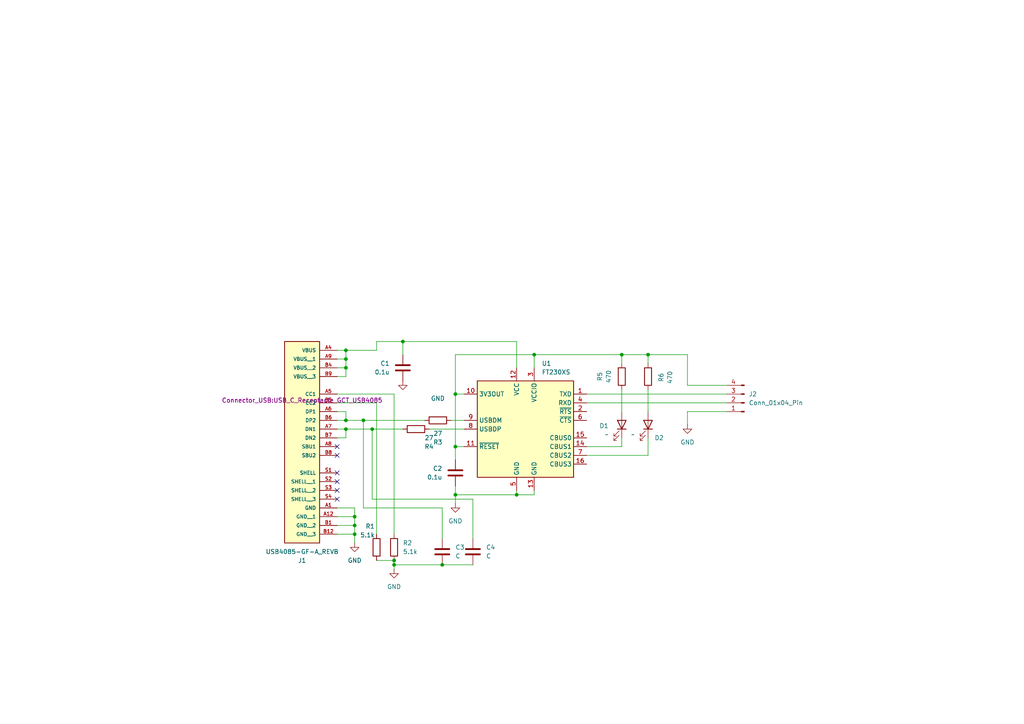
<source format=kicad_sch>
(kicad_sch
	(version 20250114)
	(generator "eeschema")
	(generator_version "9.0")
	(uuid "aaccb937-1c8b-45ad-a525-4f796d9efe11")
	(paper "A4")
	(lib_symbols
		(symbol "Connector:Conn_01x04_Pin"
			(pin_names
				(offset 1.016)
				(hide yes)
			)
			(exclude_from_sim no)
			(in_bom yes)
			(on_board yes)
			(property "Reference" "J"
				(at 0 5.08 0)
				(effects
					(font
						(size 1.27 1.27)
					)
				)
			)
			(property "Value" "Conn_01x04_Pin"
				(at 0 -7.62 0)
				(effects
					(font
						(size 1.27 1.27)
					)
				)
			)
			(property "Footprint" ""
				(at 0 0 0)
				(effects
					(font
						(size 1.27 1.27)
					)
					(hide yes)
				)
			)
			(property "Datasheet" "~"
				(at 0 0 0)
				(effects
					(font
						(size 1.27 1.27)
					)
					(hide yes)
				)
			)
			(property "Description" "Generic connector, single row, 01x04, script generated"
				(at 0 0 0)
				(effects
					(font
						(size 1.27 1.27)
					)
					(hide yes)
				)
			)
			(property "ki_locked" ""
				(at 0 0 0)
				(effects
					(font
						(size 1.27 1.27)
					)
				)
			)
			(property "ki_keywords" "connector"
				(at 0 0 0)
				(effects
					(font
						(size 1.27 1.27)
					)
					(hide yes)
				)
			)
			(property "ki_fp_filters" "Connector*:*_1x??_*"
				(at 0 0 0)
				(effects
					(font
						(size 1.27 1.27)
					)
					(hide yes)
				)
			)
			(symbol "Conn_01x04_Pin_1_1"
				(rectangle
					(start 0.8636 2.667)
					(end 0 2.413)
					(stroke
						(width 0.1524)
						(type default)
					)
					(fill
						(type outline)
					)
				)
				(rectangle
					(start 0.8636 0.127)
					(end 0 -0.127)
					(stroke
						(width 0.1524)
						(type default)
					)
					(fill
						(type outline)
					)
				)
				(rectangle
					(start 0.8636 -2.413)
					(end 0 -2.667)
					(stroke
						(width 0.1524)
						(type default)
					)
					(fill
						(type outline)
					)
				)
				(rectangle
					(start 0.8636 -4.953)
					(end 0 -5.207)
					(stroke
						(width 0.1524)
						(type default)
					)
					(fill
						(type outline)
					)
				)
				(polyline
					(pts
						(xy 1.27 2.54) (xy 0.8636 2.54)
					)
					(stroke
						(width 0.1524)
						(type default)
					)
					(fill
						(type none)
					)
				)
				(polyline
					(pts
						(xy 1.27 0) (xy 0.8636 0)
					)
					(stroke
						(width 0.1524)
						(type default)
					)
					(fill
						(type none)
					)
				)
				(polyline
					(pts
						(xy 1.27 -2.54) (xy 0.8636 -2.54)
					)
					(stroke
						(width 0.1524)
						(type default)
					)
					(fill
						(type none)
					)
				)
				(polyline
					(pts
						(xy 1.27 -5.08) (xy 0.8636 -5.08)
					)
					(stroke
						(width 0.1524)
						(type default)
					)
					(fill
						(type none)
					)
				)
				(pin passive line
					(at 5.08 2.54 180)
					(length 3.81)
					(name "Pin_1"
						(effects
							(font
								(size 1.27 1.27)
							)
						)
					)
					(number "1"
						(effects
							(font
								(size 1.27 1.27)
							)
						)
					)
				)
				(pin passive line
					(at 5.08 0 180)
					(length 3.81)
					(name "Pin_2"
						(effects
							(font
								(size 1.27 1.27)
							)
						)
					)
					(number "2"
						(effects
							(font
								(size 1.27 1.27)
							)
						)
					)
				)
				(pin passive line
					(at 5.08 -2.54 180)
					(length 3.81)
					(name "Pin_3"
						(effects
							(font
								(size 1.27 1.27)
							)
						)
					)
					(number "3"
						(effects
							(font
								(size 1.27 1.27)
							)
						)
					)
				)
				(pin passive line
					(at 5.08 -5.08 180)
					(length 3.81)
					(name "Pin_4"
						(effects
							(font
								(size 1.27 1.27)
							)
						)
					)
					(number "4"
						(effects
							(font
								(size 1.27 1.27)
							)
						)
					)
				)
			)
			(embedded_fonts no)
		)
		(symbol "Device:C"
			(pin_numbers
				(hide yes)
			)
			(pin_names
				(offset 0.254)
			)
			(exclude_from_sim no)
			(in_bom yes)
			(on_board yes)
			(property "Reference" "C"
				(at 0.635 2.54 0)
				(effects
					(font
						(size 1.27 1.27)
					)
					(justify left)
				)
			)
			(property "Value" "C"
				(at 0.635 -2.54 0)
				(effects
					(font
						(size 1.27 1.27)
					)
					(justify left)
				)
			)
			(property "Footprint" ""
				(at 0.9652 -3.81 0)
				(effects
					(font
						(size 1.27 1.27)
					)
					(hide yes)
				)
			)
			(property "Datasheet" "~"
				(at 0 0 0)
				(effects
					(font
						(size 1.27 1.27)
					)
					(hide yes)
				)
			)
			(property "Description" "Unpolarized capacitor"
				(at 0 0 0)
				(effects
					(font
						(size 1.27 1.27)
					)
					(hide yes)
				)
			)
			(property "ki_keywords" "cap capacitor"
				(at 0 0 0)
				(effects
					(font
						(size 1.27 1.27)
					)
					(hide yes)
				)
			)
			(property "ki_fp_filters" "C_*"
				(at 0 0 0)
				(effects
					(font
						(size 1.27 1.27)
					)
					(hide yes)
				)
			)
			(symbol "C_0_1"
				(polyline
					(pts
						(xy -2.032 0.762) (xy 2.032 0.762)
					)
					(stroke
						(width 0.508)
						(type default)
					)
					(fill
						(type none)
					)
				)
				(polyline
					(pts
						(xy -2.032 -0.762) (xy 2.032 -0.762)
					)
					(stroke
						(width 0.508)
						(type default)
					)
					(fill
						(type none)
					)
				)
			)
			(symbol "C_1_1"
				(pin passive line
					(at 0 3.81 270)
					(length 2.794)
					(name "~"
						(effects
							(font
								(size 1.27 1.27)
							)
						)
					)
					(number "1"
						(effects
							(font
								(size 1.27 1.27)
							)
						)
					)
				)
				(pin passive line
					(at 0 -3.81 90)
					(length 2.794)
					(name "~"
						(effects
							(font
								(size 1.27 1.27)
							)
						)
					)
					(number "2"
						(effects
							(font
								(size 1.27 1.27)
							)
						)
					)
				)
			)
			(embedded_fonts no)
		)
		(symbol "Device:LED"
			(pin_numbers
				(hide yes)
			)
			(pin_names
				(offset 1.016)
				(hide yes)
			)
			(exclude_from_sim no)
			(in_bom yes)
			(on_board yes)
			(property "Reference" "D"
				(at 0 2.54 0)
				(effects
					(font
						(size 1.27 1.27)
					)
				)
			)
			(property "Value" "LED"
				(at 0 -2.54 0)
				(effects
					(font
						(size 1.27 1.27)
					)
				)
			)
			(property "Footprint" ""
				(at 0 0 0)
				(effects
					(font
						(size 1.27 1.27)
					)
					(hide yes)
				)
			)
			(property "Datasheet" "~"
				(at 0 0 0)
				(effects
					(font
						(size 1.27 1.27)
					)
					(hide yes)
				)
			)
			(property "Description" "Light emitting diode"
				(at 0 0 0)
				(effects
					(font
						(size 1.27 1.27)
					)
					(hide yes)
				)
			)
			(property "ki_keywords" "LED diode"
				(at 0 0 0)
				(effects
					(font
						(size 1.27 1.27)
					)
					(hide yes)
				)
			)
			(property "ki_fp_filters" "LED* LED_SMD:* LED_THT:*"
				(at 0 0 0)
				(effects
					(font
						(size 1.27 1.27)
					)
					(hide yes)
				)
			)
			(symbol "LED_0_1"
				(polyline
					(pts
						(xy -3.048 -0.762) (xy -4.572 -2.286) (xy -3.81 -2.286) (xy -4.572 -2.286) (xy -4.572 -1.524)
					)
					(stroke
						(width 0)
						(type default)
					)
					(fill
						(type none)
					)
				)
				(polyline
					(pts
						(xy -1.778 -0.762) (xy -3.302 -2.286) (xy -2.54 -2.286) (xy -3.302 -2.286) (xy -3.302 -1.524)
					)
					(stroke
						(width 0)
						(type default)
					)
					(fill
						(type none)
					)
				)
				(polyline
					(pts
						(xy -1.27 0) (xy 1.27 0)
					)
					(stroke
						(width 0)
						(type default)
					)
					(fill
						(type none)
					)
				)
				(polyline
					(pts
						(xy -1.27 -1.27) (xy -1.27 1.27)
					)
					(stroke
						(width 0.254)
						(type default)
					)
					(fill
						(type none)
					)
				)
				(polyline
					(pts
						(xy 1.27 -1.27) (xy 1.27 1.27) (xy -1.27 0) (xy 1.27 -1.27)
					)
					(stroke
						(width 0.254)
						(type default)
					)
					(fill
						(type none)
					)
				)
			)
			(symbol "LED_1_1"
				(pin passive line
					(at -3.81 0 0)
					(length 2.54)
					(name "K"
						(effects
							(font
								(size 1.27 1.27)
							)
						)
					)
					(number "1"
						(effects
							(font
								(size 1.27 1.27)
							)
						)
					)
				)
				(pin passive line
					(at 3.81 0 180)
					(length 2.54)
					(name "A"
						(effects
							(font
								(size 1.27 1.27)
							)
						)
					)
					(number "2"
						(effects
							(font
								(size 1.27 1.27)
							)
						)
					)
				)
			)
			(embedded_fonts no)
		)
		(symbol "Device:R"
			(pin_numbers
				(hide yes)
			)
			(pin_names
				(offset 0)
			)
			(exclude_from_sim no)
			(in_bom yes)
			(on_board yes)
			(property "Reference" "R"
				(at 2.032 0 90)
				(effects
					(font
						(size 1.27 1.27)
					)
				)
			)
			(property "Value" "R"
				(at 0 0 90)
				(effects
					(font
						(size 1.27 1.27)
					)
				)
			)
			(property "Footprint" ""
				(at -1.778 0 90)
				(effects
					(font
						(size 1.27 1.27)
					)
					(hide yes)
				)
			)
			(property "Datasheet" "~"
				(at 0 0 0)
				(effects
					(font
						(size 1.27 1.27)
					)
					(hide yes)
				)
			)
			(property "Description" "Resistor"
				(at 0 0 0)
				(effects
					(font
						(size 1.27 1.27)
					)
					(hide yes)
				)
			)
			(property "ki_keywords" "R res resistor"
				(at 0 0 0)
				(effects
					(font
						(size 1.27 1.27)
					)
					(hide yes)
				)
			)
			(property "ki_fp_filters" "R_*"
				(at 0 0 0)
				(effects
					(font
						(size 1.27 1.27)
					)
					(hide yes)
				)
			)
			(symbol "R_0_1"
				(rectangle
					(start -1.016 -2.54)
					(end 1.016 2.54)
					(stroke
						(width 0.254)
						(type default)
					)
					(fill
						(type none)
					)
				)
			)
			(symbol "R_1_1"
				(pin passive line
					(at 0 3.81 270)
					(length 1.27)
					(name "~"
						(effects
							(font
								(size 1.27 1.27)
							)
						)
					)
					(number "1"
						(effects
							(font
								(size 1.27 1.27)
							)
						)
					)
				)
				(pin passive line
					(at 0 -3.81 90)
					(length 1.27)
					(name "~"
						(effects
							(font
								(size 1.27 1.27)
							)
						)
					)
					(number "2"
						(effects
							(font
								(size 1.27 1.27)
							)
						)
					)
				)
			)
			(embedded_fonts no)
		)
		(symbol "Interface_USB:FT230XS"
			(exclude_from_sim no)
			(in_bom yes)
			(on_board yes)
			(property "Reference" "U"
				(at -13.97 15.24 0)
				(effects
					(font
						(size 1.27 1.27)
					)
					(justify left)
				)
			)
			(property "Value" "FT230XS"
				(at 7.62 15.24 0)
				(effects
					(font
						(size 1.27 1.27)
					)
					(justify left)
				)
			)
			(property "Footprint" "Package_SO:SSOP-16_3.9x4.9mm_P0.635mm"
				(at 25.4 -15.24 0)
				(effects
					(font
						(size 1.27 1.27)
					)
					(hide yes)
				)
			)
			(property "Datasheet" "https://www.ftdichip.com/Support/Documents/DataSheets/ICs/DS_FT230X.pdf"
				(at 0 0 0)
				(effects
					(font
						(size 1.27 1.27)
					)
					(hide yes)
				)
			)
			(property "Description" "Full Speed USB to Basic UART, SSOP-16"
				(at 0 0 0)
				(effects
					(font
						(size 1.27 1.27)
					)
					(hide yes)
				)
			)
			(property "ki_keywords" "FTDI USB UART interface converter"
				(at 0 0 0)
				(effects
					(font
						(size 1.27 1.27)
					)
					(hide yes)
				)
			)
			(property "ki_fp_filters" "SSOP*3.9x4.9*P0.635mm*"
				(at 0 0 0)
				(effects
					(font
						(size 1.27 1.27)
					)
					(hide yes)
				)
			)
			(symbol "FT230XS_0_1"
				(rectangle
					(start -13.97 13.97)
					(end 13.97 -13.97)
					(stroke
						(width 0.254)
						(type default)
					)
					(fill
						(type background)
					)
				)
			)
			(symbol "FT230XS_1_1"
				(pin power_out line
					(at -17.78 10.16 0)
					(length 3.81)
					(name "3V3OUT"
						(effects
							(font
								(size 1.27 1.27)
							)
						)
					)
					(number "10"
						(effects
							(font
								(size 1.27 1.27)
							)
						)
					)
				)
				(pin bidirectional line
					(at -17.78 2.54 0)
					(length 3.81)
					(name "USBDM"
						(effects
							(font
								(size 1.27 1.27)
							)
						)
					)
					(number "9"
						(effects
							(font
								(size 1.27 1.27)
							)
						)
					)
				)
				(pin bidirectional line
					(at -17.78 0 0)
					(length 3.81)
					(name "USBDP"
						(effects
							(font
								(size 1.27 1.27)
							)
						)
					)
					(number "8"
						(effects
							(font
								(size 1.27 1.27)
							)
						)
					)
				)
				(pin input line
					(at -17.78 -5.08 0)
					(length 3.81)
					(name "~{RESET}"
						(effects
							(font
								(size 1.27 1.27)
							)
						)
					)
					(number "11"
						(effects
							(font
								(size 1.27 1.27)
							)
						)
					)
				)
				(pin power_in line
					(at -2.54 17.78 270)
					(length 3.81)
					(name "VCC"
						(effects
							(font
								(size 1.27 1.27)
							)
						)
					)
					(number "12"
						(effects
							(font
								(size 1.27 1.27)
							)
						)
					)
				)
				(pin power_in line
					(at -2.54 -17.78 90)
					(length 3.81)
					(name "GND"
						(effects
							(font
								(size 1.27 1.27)
							)
						)
					)
					(number "5"
						(effects
							(font
								(size 1.27 1.27)
							)
						)
					)
				)
				(pin power_in line
					(at 2.54 17.78 270)
					(length 3.81)
					(name "VCCIO"
						(effects
							(font
								(size 1.27 1.27)
							)
						)
					)
					(number "3"
						(effects
							(font
								(size 1.27 1.27)
							)
						)
					)
				)
				(pin power_in line
					(at 2.54 -17.78 90)
					(length 3.81)
					(name "GND"
						(effects
							(font
								(size 1.27 1.27)
							)
						)
					)
					(number "13"
						(effects
							(font
								(size 1.27 1.27)
							)
						)
					)
				)
				(pin output line
					(at 17.78 10.16 180)
					(length 3.81)
					(name "TXD"
						(effects
							(font
								(size 1.27 1.27)
							)
						)
					)
					(number "1"
						(effects
							(font
								(size 1.27 1.27)
							)
						)
					)
				)
				(pin input line
					(at 17.78 7.62 180)
					(length 3.81)
					(name "RXD"
						(effects
							(font
								(size 1.27 1.27)
							)
						)
					)
					(number "4"
						(effects
							(font
								(size 1.27 1.27)
							)
						)
					)
				)
				(pin output line
					(at 17.78 5.08 180)
					(length 3.81)
					(name "~{RTS}"
						(effects
							(font
								(size 1.27 1.27)
							)
						)
					)
					(number "2"
						(effects
							(font
								(size 1.27 1.27)
							)
						)
					)
				)
				(pin input line
					(at 17.78 2.54 180)
					(length 3.81)
					(name "~{CTS}"
						(effects
							(font
								(size 1.27 1.27)
							)
						)
					)
					(number "6"
						(effects
							(font
								(size 1.27 1.27)
							)
						)
					)
				)
				(pin bidirectional line
					(at 17.78 -2.54 180)
					(length 3.81)
					(name "CBUS0"
						(effects
							(font
								(size 1.27 1.27)
							)
						)
					)
					(number "15"
						(effects
							(font
								(size 1.27 1.27)
							)
						)
					)
				)
				(pin bidirectional line
					(at 17.78 -5.08 180)
					(length 3.81)
					(name "CBUS1"
						(effects
							(font
								(size 1.27 1.27)
							)
						)
					)
					(number "14"
						(effects
							(font
								(size 1.27 1.27)
							)
						)
					)
				)
				(pin bidirectional line
					(at 17.78 -7.62 180)
					(length 3.81)
					(name "CBUS2"
						(effects
							(font
								(size 1.27 1.27)
							)
						)
					)
					(number "7"
						(effects
							(font
								(size 1.27 1.27)
							)
						)
					)
				)
				(pin bidirectional line
					(at 17.78 -10.16 180)
					(length 3.81)
					(name "CBUS3"
						(effects
							(font
								(size 1.27 1.27)
							)
						)
					)
					(number "16"
						(effects
							(font
								(size 1.27 1.27)
							)
						)
					)
				)
			)
			(embedded_fonts no)
		)
		(symbol "USB4085-GF-A_REVB:USB4085-GF-A_REVB"
			(pin_names
				(offset 1.016)
			)
			(exclude_from_sim no)
			(in_bom yes)
			(on_board yes)
			(property "Reference" "J"
				(at -5.08 18.288 0)
				(effects
					(font
						(size 1.27 1.27)
					)
					(justify left bottom)
				)
			)
			(property "Value" "USB4085-GF-A_REVB"
				(at -5.08 -43.18 0)
				(effects
					(font
						(size 1.27 1.27)
					)
					(justify left bottom)
				)
			)
			(property "Footprint" "USB4085-GF-A_REVB:GCT_USB4085-GF-A_REVB"
				(at 0 0 0)
				(effects
					(font
						(size 1.27 1.27)
					)
					(justify bottom)
					(hide yes)
				)
			)
			(property "Datasheet" ""
				(at 0 0 0)
				(effects
					(font
						(size 1.27 1.27)
					)
					(hide yes)
				)
			)
			(property "Description" ""
				(at 0 0 0)
				(effects
					(font
						(size 1.27 1.27)
					)
					(hide yes)
				)
			)
			(property "PARTREV" "B"
				(at 0 0 0)
				(effects
					(font
						(size 1.27 1.27)
					)
					(justify bottom)
					(hide yes)
				)
			)
			(property "STANDARD" "Manufacturer Recommendations"
				(at 0 0 0)
				(effects
					(font
						(size 1.27 1.27)
					)
					(justify bottom)
					(hide yes)
				)
			)
			(property "SNAPEDA_PN" "USB4085-GF-A"
				(at 0 0 0)
				(effects
					(font
						(size 1.27 1.27)
					)
					(justify bottom)
					(hide yes)
				)
			)
			(property "MAXIMUM_PACKAGE_HEIGHT" "3.16mm"
				(at 0 0 0)
				(effects
					(font
						(size 1.27 1.27)
					)
					(justify bottom)
					(hide yes)
				)
			)
			(property "MANUFACTURER" "Global Connector Technology"
				(at 0 0 0)
				(effects
					(font
						(size 1.27 1.27)
					)
					(justify bottom)
					(hide yes)
				)
			)
			(symbol "USB4085-GF-A_REVB_0_0"
				(rectangle
					(start -5.08 -40.64)
					(end 5.08 17.78)
					(stroke
						(width 0.254)
						(type default)
					)
					(fill
						(type background)
					)
				)
				(pin power_in line
					(at -10.16 15.24 0)
					(length 5.08)
					(name "VBUS"
						(effects
							(font
								(size 1.016 1.016)
							)
						)
					)
					(number "A4"
						(effects
							(font
								(size 1.016 1.016)
							)
						)
					)
				)
				(pin power_in line
					(at -10.16 12.7 0)
					(length 5.08)
					(name "VBUS__1"
						(effects
							(font
								(size 1.016 1.016)
							)
						)
					)
					(number "A9"
						(effects
							(font
								(size 1.016 1.016)
							)
						)
					)
				)
				(pin power_in line
					(at -10.16 10.16 0)
					(length 5.08)
					(name "VBUS__2"
						(effects
							(font
								(size 1.016 1.016)
							)
						)
					)
					(number "B4"
						(effects
							(font
								(size 1.016 1.016)
							)
						)
					)
				)
				(pin power_in line
					(at -10.16 7.62 0)
					(length 5.08)
					(name "VBUS__3"
						(effects
							(font
								(size 1.016 1.016)
							)
						)
					)
					(number "B9"
						(effects
							(font
								(size 1.016 1.016)
							)
						)
					)
				)
				(pin bidirectional line
					(at -10.16 2.54 0)
					(length 5.08)
					(name "CC1"
						(effects
							(font
								(size 1.016 1.016)
							)
						)
					)
					(number "A5"
						(effects
							(font
								(size 1.016 1.016)
							)
						)
					)
				)
				(pin bidirectional line
					(at -10.16 0 0)
					(length 5.08)
					(name "CC2"
						(effects
							(font
								(size 1.016 1.016)
							)
						)
					)
					(number "B5"
						(effects
							(font
								(size 1.016 1.016)
							)
						)
					)
				)
				(pin bidirectional line
					(at -10.16 -2.54 0)
					(length 5.08)
					(name "DP1"
						(effects
							(font
								(size 1.016 1.016)
							)
						)
					)
					(number "A6"
						(effects
							(font
								(size 1.016 1.016)
							)
						)
					)
				)
				(pin bidirectional line
					(at -10.16 -5.08 0)
					(length 5.08)
					(name "DP2"
						(effects
							(font
								(size 1.016 1.016)
							)
						)
					)
					(number "B6"
						(effects
							(font
								(size 1.016 1.016)
							)
						)
					)
				)
				(pin bidirectional line
					(at -10.16 -7.62 0)
					(length 5.08)
					(name "DN1"
						(effects
							(font
								(size 1.016 1.016)
							)
						)
					)
					(number "A7"
						(effects
							(font
								(size 1.016 1.016)
							)
						)
					)
				)
				(pin bidirectional line
					(at -10.16 -10.16 0)
					(length 5.08)
					(name "DN2"
						(effects
							(font
								(size 1.016 1.016)
							)
						)
					)
					(number "B7"
						(effects
							(font
								(size 1.016 1.016)
							)
						)
					)
				)
				(pin bidirectional line
					(at -10.16 -12.7 0)
					(length 5.08)
					(name "SBU1"
						(effects
							(font
								(size 1.016 1.016)
							)
						)
					)
					(number "A8"
						(effects
							(font
								(size 1.016 1.016)
							)
						)
					)
				)
				(pin bidirectional line
					(at -10.16 -15.24 0)
					(length 5.08)
					(name "SBU2"
						(effects
							(font
								(size 1.016 1.016)
							)
						)
					)
					(number "B8"
						(effects
							(font
								(size 1.016 1.016)
							)
						)
					)
				)
				(pin passive line
					(at -10.16 -20.32 0)
					(length 5.08)
					(name "SHELL"
						(effects
							(font
								(size 1.016 1.016)
							)
						)
					)
					(number "S1"
						(effects
							(font
								(size 1.016 1.016)
							)
						)
					)
				)
				(pin passive line
					(at -10.16 -22.86 0)
					(length 5.08)
					(name "SHELL__1"
						(effects
							(font
								(size 1.016 1.016)
							)
						)
					)
					(number "S2"
						(effects
							(font
								(size 1.016 1.016)
							)
						)
					)
				)
				(pin passive line
					(at -10.16 -25.4 0)
					(length 5.08)
					(name "SHELL__2"
						(effects
							(font
								(size 1.016 1.016)
							)
						)
					)
					(number "S3"
						(effects
							(font
								(size 1.016 1.016)
							)
						)
					)
				)
				(pin passive line
					(at -10.16 -27.94 0)
					(length 5.08)
					(name "SHELL__3"
						(effects
							(font
								(size 1.016 1.016)
							)
						)
					)
					(number "S4"
						(effects
							(font
								(size 1.016 1.016)
							)
						)
					)
				)
				(pin power_in line
					(at -10.16 -30.48 0)
					(length 5.08)
					(name "GND"
						(effects
							(font
								(size 1.016 1.016)
							)
						)
					)
					(number "A1"
						(effects
							(font
								(size 1.016 1.016)
							)
						)
					)
				)
				(pin power_in line
					(at -10.16 -33.02 0)
					(length 5.08)
					(name "GND__1"
						(effects
							(font
								(size 1.016 1.016)
							)
						)
					)
					(number "A12"
						(effects
							(font
								(size 1.016 1.016)
							)
						)
					)
				)
				(pin power_in line
					(at -10.16 -35.56 0)
					(length 5.08)
					(name "GND__2"
						(effects
							(font
								(size 1.016 1.016)
							)
						)
					)
					(number "B1"
						(effects
							(font
								(size 1.016 1.016)
							)
						)
					)
				)
				(pin power_in line
					(at -10.16 -38.1 0)
					(length 5.08)
					(name "GND__3"
						(effects
							(font
								(size 1.016 1.016)
							)
						)
					)
					(number "B12"
						(effects
							(font
								(size 1.016 1.016)
							)
						)
					)
				)
			)
			(embedded_fonts no)
		)
		(symbol "power:GND"
			(power)
			(pin_numbers
				(hide yes)
			)
			(pin_names
				(offset 0)
				(hide yes)
			)
			(exclude_from_sim no)
			(in_bom yes)
			(on_board yes)
			(property "Reference" "#PWR"
				(at 0 -6.35 0)
				(effects
					(font
						(size 1.27 1.27)
					)
					(hide yes)
				)
			)
			(property "Value" "GND"
				(at 0 -3.81 0)
				(effects
					(font
						(size 1.27 1.27)
					)
				)
			)
			(property "Footprint" ""
				(at 0 0 0)
				(effects
					(font
						(size 1.27 1.27)
					)
					(hide yes)
				)
			)
			(property "Datasheet" ""
				(at 0 0 0)
				(effects
					(font
						(size 1.27 1.27)
					)
					(hide yes)
				)
			)
			(property "Description" "Power symbol creates a global label with name \"GND\" , ground"
				(at 0 0 0)
				(effects
					(font
						(size 1.27 1.27)
					)
					(hide yes)
				)
			)
			(property "ki_keywords" "global power"
				(at 0 0 0)
				(effects
					(font
						(size 1.27 1.27)
					)
					(hide yes)
				)
			)
			(symbol "GND_0_1"
				(polyline
					(pts
						(xy 0 0) (xy 0 -1.27) (xy 1.27 -1.27) (xy 0 -2.54) (xy -1.27 -1.27) (xy 0 -1.27)
					)
					(stroke
						(width 0)
						(type default)
					)
					(fill
						(type none)
					)
				)
			)
			(symbol "GND_1_1"
				(pin power_in line
					(at 0 0 270)
					(length 0)
					(name "~"
						(effects
							(font
								(size 1.27 1.27)
							)
						)
					)
					(number "1"
						(effects
							(font
								(size 1.27 1.27)
							)
						)
					)
				)
			)
			(embedded_fonts no)
		)
	)
	(junction
		(at 100.33 121.92)
		(diameter 0)
		(color 0 0 0 0)
		(uuid "05a6d4d1-6289-4f42-9a2a-e360a6cb7032")
	)
	(junction
		(at 116.84 99.06)
		(diameter 0)
		(color 0 0 0 0)
		(uuid "249c9e79-9216-44af-9ab0-6376fa547c32")
	)
	(junction
		(at 102.87 149.86)
		(diameter 0)
		(color 0 0 0 0)
		(uuid "267ec123-e118-480a-b34c-2c172fed9e77")
	)
	(junction
		(at 114.3 162.56)
		(diameter 0)
		(color 0 0 0 0)
		(uuid "286cb2be-7f23-4603-a502-4ae19b0b3d3e")
	)
	(junction
		(at 154.94 102.87)
		(diameter 0)
		(color 0 0 0 0)
		(uuid "2f7de338-b045-4d87-870e-79296d897a36")
	)
	(junction
		(at 100.33 106.68)
		(diameter 0)
		(color 0 0 0 0)
		(uuid "3828479f-afb3-427b-8223-5fe636c2ffaf")
	)
	(junction
		(at 107.95 124.46)
		(diameter 0)
		(color 0 0 0 0)
		(uuid "3d6ec51d-bcb4-4705-b292-aa4add79eced")
	)
	(junction
		(at 132.08 129.54)
		(diameter 0)
		(color 0 0 0 0)
		(uuid "3fade2b3-0765-4f31-99c3-f4c544ffe78d")
	)
	(junction
		(at 187.96 102.87)
		(diameter 0)
		(color 0 0 0 0)
		(uuid "4616297e-7c71-4211-9092-30d19fe5fe56")
	)
	(junction
		(at 100.33 124.46)
		(diameter 0)
		(color 0 0 0 0)
		(uuid "46957d7d-527c-47d9-832d-13e101193867")
	)
	(junction
		(at 100.33 101.6)
		(diameter 0)
		(color 0 0 0 0)
		(uuid "4a190bff-6c07-4eda-8e38-bf5ce4579c4e")
	)
	(junction
		(at 114.3 163.83)
		(diameter 0)
		(color 0 0 0 0)
		(uuid "70685062-9a79-4710-9ea1-14720606f35f")
	)
	(junction
		(at 128.27 163.83)
		(diameter 0)
		(color 0 0 0 0)
		(uuid "843685ab-e03a-4082-a344-c0f2af954e74")
	)
	(junction
		(at 132.08 114.3)
		(diameter 0)
		(color 0 0 0 0)
		(uuid "8eb9b164-28c6-48de-8399-c60165208db2")
	)
	(junction
		(at 100.33 104.14)
		(diameter 0)
		(color 0 0 0 0)
		(uuid "a0f87b48-cccf-41cb-ada4-f4cc29f08bc4")
	)
	(junction
		(at 132.08 143.51)
		(diameter 0)
		(color 0 0 0 0)
		(uuid "c2c8aa8e-f5e7-48b0-b260-c7e8a23cb791")
	)
	(junction
		(at 180.34 102.87)
		(diameter 0)
		(color 0 0 0 0)
		(uuid "c3a7f041-dd07-4c1c-a88c-67cbcc0ac62b")
	)
	(junction
		(at 102.87 152.4)
		(diameter 0)
		(color 0 0 0 0)
		(uuid "c935499a-133d-4535-a929-045a18af053c")
	)
	(junction
		(at 102.87 154.94)
		(diameter 0)
		(color 0 0 0 0)
		(uuid "cac4df23-b58f-4ebd-9943-5bcff89b09e3")
	)
	(junction
		(at 105.41 121.92)
		(diameter 0)
		(color 0 0 0 0)
		(uuid "ef832e9e-0eba-4d9c-bf84-14d7c1eef6fb")
	)
	(junction
		(at 149.86 143.51)
		(diameter 0)
		(color 0 0 0 0)
		(uuid "fbba08fa-beb9-4248-ab2a-644f8da64ff2")
	)
	(no_connect
		(at 97.79 132.08)
		(uuid "04d1d905-d801-464e-8e7e-013c0d7ba190")
	)
	(no_connect
		(at 97.79 137.16)
		(uuid "081c96ee-1de8-4c5b-b5b2-04fa40d4ecb6")
	)
	(no_connect
		(at 97.79 129.54)
		(uuid "19c5ad73-522f-4b70-83ec-4993bedaa171")
	)
	(no_connect
		(at 97.79 142.24)
		(uuid "3f12185c-e86c-4be2-b29c-d7dc202f7fda")
	)
	(no_connect
		(at 97.79 139.7)
		(uuid "5d6f2a5a-da60-40a6-8998-79ba57fa71f8")
	)
	(no_connect
		(at 97.79 144.78)
		(uuid "c27bd901-6e00-494f-98c6-5a4e507c9ef7")
	)
	(wire
		(pts
			(xy 109.22 116.84) (xy 109.22 154.94)
		)
		(stroke
			(width 0)
			(type default)
		)
		(uuid "006beeea-6936-4920-b546-64b28d658890")
	)
	(wire
		(pts
			(xy 199.39 102.87) (xy 199.39 111.76)
		)
		(stroke
			(width 0)
			(type default)
		)
		(uuid "0687aac6-ce77-4af0-9334-ecc05ad02127")
	)
	(wire
		(pts
			(xy 132.08 102.87) (xy 132.08 114.3)
		)
		(stroke
			(width 0)
			(type default)
		)
		(uuid "07d5ca1c-d31f-4642-9ee8-62078a6f2dd3")
	)
	(wire
		(pts
			(xy 97.79 119.38) (xy 100.33 119.38)
		)
		(stroke
			(width 0)
			(type default)
		)
		(uuid "0baeeda8-78ef-454a-8951-150da9c103f7")
	)
	(wire
		(pts
			(xy 132.08 114.3) (xy 134.62 114.3)
		)
		(stroke
			(width 0)
			(type default)
		)
		(uuid "0f983442-a59b-405b-9932-2819e78e0670")
	)
	(wire
		(pts
			(xy 187.96 127) (xy 187.96 132.08)
		)
		(stroke
			(width 0)
			(type default)
		)
		(uuid "15b8400e-eea4-4d89-9fc7-88930e2357d8")
	)
	(wire
		(pts
			(xy 187.96 113.03) (xy 187.96 119.38)
		)
		(stroke
			(width 0)
			(type default)
		)
		(uuid "16fb51f2-2964-4c29-b66e-265ba975ad49")
	)
	(wire
		(pts
			(xy 109.22 116.84) (xy 97.79 116.84)
		)
		(stroke
			(width 0)
			(type default)
		)
		(uuid "176893a2-e1d8-44c0-bc60-2e15b169bf51")
	)
	(wire
		(pts
			(xy 199.39 119.38) (xy 199.39 123.19)
		)
		(stroke
			(width 0)
			(type default)
		)
		(uuid "182f1c8a-4280-456f-9656-23d95a5e37c2")
	)
	(wire
		(pts
			(xy 170.18 129.54) (xy 180.34 129.54)
		)
		(stroke
			(width 0)
			(type default)
		)
		(uuid "212adbee-6164-4eef-9283-c6bf495663b1")
	)
	(wire
		(pts
			(xy 116.84 99.06) (xy 116.84 102.87)
		)
		(stroke
			(width 0)
			(type default)
		)
		(uuid "2165c4d8-f6dc-4109-861e-0f6f37c9e36a")
	)
	(wire
		(pts
			(xy 109.22 99.06) (xy 116.84 99.06)
		)
		(stroke
			(width 0)
			(type default)
		)
		(uuid "23b098f9-95e7-4410-b323-055b0b5d0998")
	)
	(wire
		(pts
			(xy 180.34 102.87) (xy 154.94 102.87)
		)
		(stroke
			(width 0)
			(type default)
		)
		(uuid "25b01c33-787d-4a98-b8f0-66e2b22794e4")
	)
	(wire
		(pts
			(xy 97.79 127) (xy 100.33 127)
		)
		(stroke
			(width 0)
			(type default)
		)
		(uuid "27fd3644-74b6-4b36-b0f8-271ad6f1cedd")
	)
	(wire
		(pts
			(xy 109.22 101.6) (xy 109.22 99.06)
		)
		(stroke
			(width 0)
			(type default)
		)
		(uuid "3c06d0ec-693a-47aa-8bb7-7a6beefb288b")
	)
	(wire
		(pts
			(xy 114.3 162.56) (xy 114.3 163.83)
		)
		(stroke
			(width 0)
			(type default)
		)
		(uuid "42f0305b-bf84-419a-9fb3-317ac80aa992")
	)
	(wire
		(pts
			(xy 100.33 104.14) (xy 100.33 101.6)
		)
		(stroke
			(width 0)
			(type default)
		)
		(uuid "4ab23ec4-9f52-48c1-87bb-b96fa6121e7c")
	)
	(wire
		(pts
			(xy 130.81 121.92) (xy 134.62 121.92)
		)
		(stroke
			(width 0)
			(type default)
		)
		(uuid "4b1cdfd3-334c-46d5-ad6e-92078790280f")
	)
	(wire
		(pts
			(xy 154.94 106.68) (xy 154.94 102.87)
		)
		(stroke
			(width 0)
			(type default)
		)
		(uuid "4b83cc47-193d-40dc-b147-b262873a8edb")
	)
	(wire
		(pts
			(xy 100.33 101.6) (xy 109.22 101.6)
		)
		(stroke
			(width 0)
			(type default)
		)
		(uuid "4d817c43-c2f3-4da6-8c23-c922ddb4025e")
	)
	(wire
		(pts
			(xy 97.79 121.92) (xy 100.33 121.92)
		)
		(stroke
			(width 0)
			(type default)
		)
		(uuid "4e97a1b8-abcc-4261-9028-4e889427de63")
	)
	(wire
		(pts
			(xy 105.41 147.32) (xy 105.41 121.92)
		)
		(stroke
			(width 0)
			(type default)
		)
		(uuid "50c0b182-b541-4d7b-b221-59e76181495c")
	)
	(wire
		(pts
			(xy 100.33 106.68) (xy 100.33 104.14)
		)
		(stroke
			(width 0)
			(type default)
		)
		(uuid "518e94e5-6d0a-429a-aeef-7c98ee5b4414")
	)
	(wire
		(pts
			(xy 132.08 114.3) (xy 132.08 129.54)
		)
		(stroke
			(width 0)
			(type default)
		)
		(uuid "541e7b69-8bdb-44ae-897b-a18eb9b3965e")
	)
	(wire
		(pts
			(xy 102.87 147.32) (xy 102.87 149.86)
		)
		(stroke
			(width 0)
			(type default)
		)
		(uuid "5596a230-ae41-4be1-b158-b17df04ea330")
	)
	(wire
		(pts
			(xy 116.84 99.06) (xy 149.86 99.06)
		)
		(stroke
			(width 0)
			(type default)
		)
		(uuid "5840b5b4-3067-454c-9c61-839e8963ab08")
	)
	(wire
		(pts
			(xy 107.95 124.46) (xy 116.84 124.46)
		)
		(stroke
			(width 0)
			(type default)
		)
		(uuid "5a7adfeb-dc50-4429-8496-ff5e314af45a")
	)
	(wire
		(pts
			(xy 128.27 163.83) (xy 137.16 163.83)
		)
		(stroke
			(width 0)
			(type default)
		)
		(uuid "60a8c2df-910b-4133-b2ed-07379d3f8ec8")
	)
	(wire
		(pts
			(xy 149.86 143.51) (xy 154.94 143.51)
		)
		(stroke
			(width 0)
			(type default)
		)
		(uuid "610110b1-862b-4bd4-878d-7aee841a7830")
	)
	(wire
		(pts
			(xy 97.79 106.68) (xy 100.33 106.68)
		)
		(stroke
			(width 0)
			(type default)
		)
		(uuid "618d0f39-8b9b-42a9-9cdc-b4c7a6a4cd50")
	)
	(wire
		(pts
			(xy 149.86 99.06) (xy 149.86 106.68)
		)
		(stroke
			(width 0)
			(type default)
		)
		(uuid "61b8cb85-85cc-4c90-85a2-513818679cad")
	)
	(wire
		(pts
			(xy 128.27 147.32) (xy 105.41 147.32)
		)
		(stroke
			(width 0)
			(type default)
		)
		(uuid "638ee0e6-1a41-4576-9099-f1ece040ec7f")
	)
	(wire
		(pts
			(xy 132.08 143.51) (xy 132.08 146.05)
		)
		(stroke
			(width 0)
			(type default)
		)
		(uuid "65d29566-c84b-466f-9848-2aaaad399997")
	)
	(wire
		(pts
			(xy 128.27 156.21) (xy 128.27 147.32)
		)
		(stroke
			(width 0)
			(type default)
		)
		(uuid "6b43ea83-57d4-44a6-a142-2ba14ee083ed")
	)
	(wire
		(pts
			(xy 180.34 119.38) (xy 180.34 113.03)
		)
		(stroke
			(width 0)
			(type default)
		)
		(uuid "6b5ca4f2-7b7d-4970-b54d-2619b51634ee")
	)
	(wire
		(pts
			(xy 97.79 152.4) (xy 102.87 152.4)
		)
		(stroke
			(width 0)
			(type default)
		)
		(uuid "6dc2e3fb-27e4-471f-8561-08bfb00c7e4d")
	)
	(wire
		(pts
			(xy 102.87 154.94) (xy 102.87 157.48)
		)
		(stroke
			(width 0)
			(type default)
		)
		(uuid "71aa7983-72d1-4225-abf0-c6e90d96da78")
	)
	(wire
		(pts
			(xy 100.33 109.22) (xy 100.33 106.68)
		)
		(stroke
			(width 0)
			(type default)
		)
		(uuid "7fd0df0f-530a-43ee-b40a-f279c84a1136")
	)
	(wire
		(pts
			(xy 132.08 140.97) (xy 132.08 143.51)
		)
		(stroke
			(width 0)
			(type default)
		)
		(uuid "821e3867-7071-44af-8c38-67d3d0c535fb")
	)
	(wire
		(pts
			(xy 170.18 114.3) (xy 210.82 114.3)
		)
		(stroke
			(width 0)
			(type default)
		)
		(uuid "82510416-212f-4dec-9cb6-b18a058620d3")
	)
	(wire
		(pts
			(xy 97.79 149.86) (xy 102.87 149.86)
		)
		(stroke
			(width 0)
			(type default)
		)
		(uuid "85df687d-86e1-40bd-b4b5-d80f60d893e8")
	)
	(wire
		(pts
			(xy 132.08 129.54) (xy 134.62 129.54)
		)
		(stroke
			(width 0)
			(type default)
		)
		(uuid "8674fa4e-8b81-473b-93dc-9a5cb5846e45")
	)
	(wire
		(pts
			(xy 100.33 124.46) (xy 107.95 124.46)
		)
		(stroke
			(width 0)
			(type default)
		)
		(uuid "880f5474-1380-4207-86b9-eee62f92b751")
	)
	(wire
		(pts
			(xy 149.86 142.24) (xy 149.86 143.51)
		)
		(stroke
			(width 0)
			(type default)
		)
		(uuid "89a4ba40-a941-4cec-b806-3d4e97fcd303")
	)
	(wire
		(pts
			(xy 105.41 121.92) (xy 123.19 121.92)
		)
		(stroke
			(width 0)
			(type default)
		)
		(uuid "8cdbb1d4-e695-44d5-ac35-09d45ddeac98")
	)
	(wire
		(pts
			(xy 187.96 102.87) (xy 187.96 105.41)
		)
		(stroke
			(width 0)
			(type default)
		)
		(uuid "8ded4fee-f6cb-402c-b5cb-77c52cacd668")
	)
	(wire
		(pts
			(xy 97.79 104.14) (xy 100.33 104.14)
		)
		(stroke
			(width 0)
			(type default)
		)
		(uuid "8e73e97e-e0cc-405b-8811-1c80d56e83e2")
	)
	(wire
		(pts
			(xy 199.39 102.87) (xy 187.96 102.87)
		)
		(stroke
			(width 0)
			(type default)
		)
		(uuid "8f66b5f9-00a0-458b-8f39-4184bbdf0618")
	)
	(wire
		(pts
			(xy 97.79 109.22) (xy 100.33 109.22)
		)
		(stroke
			(width 0)
			(type default)
		)
		(uuid "928046a3-7bce-41e6-b691-41a418d13930")
	)
	(wire
		(pts
			(xy 97.79 124.46) (xy 100.33 124.46)
		)
		(stroke
			(width 0)
			(type default)
		)
		(uuid "9302a550-624c-4835-af59-5d8dfe009f96")
	)
	(wire
		(pts
			(xy 114.3 114.3) (xy 114.3 154.94)
		)
		(stroke
			(width 0)
			(type default)
		)
		(uuid "95fe9e56-5e2d-4e5a-accb-6045fd6c6c4d")
	)
	(wire
		(pts
			(xy 180.34 129.54) (xy 180.34 127)
		)
		(stroke
			(width 0)
			(type default)
		)
		(uuid "98d666c5-b322-4d83-8ff4-c42de06af532")
	)
	(wire
		(pts
			(xy 124.46 124.46) (xy 134.62 124.46)
		)
		(stroke
			(width 0)
			(type default)
		)
		(uuid "993e9ab7-bed6-486a-9ed4-bf80fc634702")
	)
	(wire
		(pts
			(xy 97.79 154.94) (xy 102.87 154.94)
		)
		(stroke
			(width 0)
			(type default)
		)
		(uuid "9a92898a-15e3-49a8-99a0-aef9d407eaad")
	)
	(wire
		(pts
			(xy 170.18 116.84) (xy 210.82 116.84)
		)
		(stroke
			(width 0)
			(type default)
		)
		(uuid "9abe5fa9-b7b7-4988-b008-109e41a34bb2")
	)
	(wire
		(pts
			(xy 137.16 144.78) (xy 107.95 144.78)
		)
		(stroke
			(width 0)
			(type default)
		)
		(uuid "9e5790e1-c398-4355-bc36-17c488ab76ac")
	)
	(wire
		(pts
			(xy 154.94 102.87) (xy 132.08 102.87)
		)
		(stroke
			(width 0)
			(type default)
		)
		(uuid "a3f8d0b2-095e-45bb-8d6a-58e6cc65d7c2")
	)
	(wire
		(pts
			(xy 107.95 124.46) (xy 107.95 144.78)
		)
		(stroke
			(width 0)
			(type default)
		)
		(uuid "a649a091-ea5c-4fe0-a469-dec053a3af76")
	)
	(wire
		(pts
			(xy 199.39 111.76) (xy 210.82 111.76)
		)
		(stroke
			(width 0)
			(type default)
		)
		(uuid "a7188683-b1aa-44a6-ad19-01bfff8c2be1")
	)
	(wire
		(pts
			(xy 100.33 127) (xy 100.33 124.46)
		)
		(stroke
			(width 0)
			(type default)
		)
		(uuid "ac5be403-a448-48cf-aecd-0916bbda40f3")
	)
	(wire
		(pts
			(xy 180.34 102.87) (xy 180.34 105.41)
		)
		(stroke
			(width 0)
			(type default)
		)
		(uuid "b4de66d3-ca63-4384-af3b-485e80f5e616")
	)
	(wire
		(pts
			(xy 199.39 119.38) (xy 210.82 119.38)
		)
		(stroke
			(width 0)
			(type default)
		)
		(uuid "b4e20606-a4ec-4878-885c-db6c95298601")
	)
	(wire
		(pts
			(xy 114.3 163.83) (xy 114.3 165.1)
		)
		(stroke
			(width 0)
			(type default)
		)
		(uuid "b58a6529-348f-4845-8e8c-78b6c612943a")
	)
	(wire
		(pts
			(xy 102.87 149.86) (xy 102.87 152.4)
		)
		(stroke
			(width 0)
			(type default)
		)
		(uuid "ba797873-1ad1-42ce-a61e-2d52350105b5")
	)
	(wire
		(pts
			(xy 114.3 163.83) (xy 128.27 163.83)
		)
		(stroke
			(width 0)
			(type default)
		)
		(uuid "bcfe80f5-a3ca-4a39-8f34-d5ef11c516cb")
	)
	(wire
		(pts
			(xy 187.96 102.87) (xy 180.34 102.87)
		)
		(stroke
			(width 0)
			(type default)
		)
		(uuid "c4115b4d-b759-45cd-ab19-a7217e128deb")
	)
	(wire
		(pts
			(xy 114.3 162.56) (xy 109.22 162.56)
		)
		(stroke
			(width 0)
			(type default)
		)
		(uuid "c6c38822-1397-413a-8126-523c6ec0b507")
	)
	(wire
		(pts
			(xy 102.87 152.4) (xy 102.87 154.94)
		)
		(stroke
			(width 0)
			(type default)
		)
		(uuid "c6e2577a-9780-4538-aefe-b8e4efc03df3")
	)
	(wire
		(pts
			(xy 97.79 147.32) (xy 102.87 147.32)
		)
		(stroke
			(width 0)
			(type default)
		)
		(uuid "cfe0e3d1-5e1d-48e7-85bb-6500b6856502")
	)
	(wire
		(pts
			(xy 97.79 101.6) (xy 100.33 101.6)
		)
		(stroke
			(width 0)
			(type default)
		)
		(uuid "d7bb3163-c8fe-4b4d-b4cd-6b393a8941c1")
	)
	(wire
		(pts
			(xy 132.08 129.54) (xy 132.08 133.35)
		)
		(stroke
			(width 0)
			(type default)
		)
		(uuid "d8e88377-437d-4dd7-8ee9-f8adbace7685")
	)
	(wire
		(pts
			(xy 137.16 156.21) (xy 137.16 144.78)
		)
		(stroke
			(width 0)
			(type default)
		)
		(uuid "dd67e44c-3ff8-4faa-a387-7056269ba9cc")
	)
	(wire
		(pts
			(xy 100.33 119.38) (xy 100.33 121.92)
		)
		(stroke
			(width 0)
			(type default)
		)
		(uuid "e26a00b2-9966-4a17-a4cb-72388ead397f")
	)
	(wire
		(pts
			(xy 154.94 143.51) (xy 154.94 142.24)
		)
		(stroke
			(width 0)
			(type default)
		)
		(uuid "e2c7e7ea-9075-4fe1-a42a-9e290392c8b0")
	)
	(wire
		(pts
			(xy 170.18 132.08) (xy 187.96 132.08)
		)
		(stroke
			(width 0)
			(type default)
		)
		(uuid "e6b50025-b384-44b4-b67e-cdad0882d202")
	)
	(wire
		(pts
			(xy 132.08 143.51) (xy 149.86 143.51)
		)
		(stroke
			(width 0)
			(type default)
		)
		(uuid "fc741082-4eff-44c4-96dc-38f6673e64da")
	)
	(wire
		(pts
			(xy 100.33 121.92) (xy 105.41 121.92)
		)
		(stroke
			(width 0)
			(type default)
		)
		(uuid "fea5b5ca-604f-44fb-a420-87cd625aba0e")
	)
	(wire
		(pts
			(xy 97.79 114.3) (xy 114.3 114.3)
		)
		(stroke
			(width 0)
			(type default)
		)
		(uuid "fed0a37b-0fb2-420f-81cb-1052896c5409")
	)
	(symbol
		(lib_id "Device:R")
		(at 109.22 158.75 0)
		(mirror y)
		(unit 1)
		(exclude_from_sim no)
		(in_bom yes)
		(on_board yes)
		(dnp no)
		(uuid "02935bfb-5391-4efc-bafe-0ea4d842ea4e")
		(property "Reference" "R1"
			(at 108.712 152.654 0)
			(effects
				(font
					(size 1.27 1.27)
				)
				(justify left)
			)
		)
		(property "Value" "5.1k"
			(at 108.712 155.194 0)
			(effects
				(font
					(size 1.27 1.27)
				)
				(justify left)
			)
		)
		(property "Footprint" "Resistor_SMD:R_0805_2012Metric"
			(at 110.998 158.75 90)
			(effects
				(font
					(size 1.27 1.27)
				)
				(hide yes)
			)
		)
		(property "Datasheet" "~"
			(at 109.22 158.75 0)
			(effects
				(font
					(size 1.27 1.27)
				)
				(hide yes)
			)
		)
		(property "Description" "Resistor"
			(at 109.22 158.75 0)
			(effects
				(font
					(size 1.27 1.27)
				)
				(hide yes)
			)
		)
		(pin "1"
			(uuid "9d65aaa2-6aef-415c-9012-cc34292fbf78")
		)
		(pin "2"
			(uuid "d72ae667-a351-4450-a5c2-858577a26846")
		)
		(instances
			(project ""
				(path "/aaccb937-1c8b-45ad-a525-4f796d9efe11"
					(reference "R1")
					(unit 1)
				)
			)
		)
	)
	(symbol
		(lib_id "Interface_USB:FT230XS")
		(at 152.4 124.46 0)
		(unit 1)
		(exclude_from_sim no)
		(in_bom yes)
		(on_board yes)
		(dnp no)
		(fields_autoplaced yes)
		(uuid "05050e16-6bd3-4729-93f7-5ce14e355671")
		(property "Reference" "U1"
			(at 157.1341 105.41 0)
			(effects
				(font
					(size 1.27 1.27)
				)
				(justify left)
			)
		)
		(property "Value" "FT230XS"
			(at 157.1341 107.95 0)
			(effects
				(font
					(size 1.27 1.27)
				)
				(justify left)
			)
		)
		(property "Footprint" "Package_SO:SSOP-16_3.9x4.9mm_P0.635mm"
			(at 177.8 139.7 0)
			(effects
				(font
					(size 1.27 1.27)
				)
				(hide yes)
			)
		)
		(property "Datasheet" "https://www.ftdichip.com/Support/Documents/DataSheets/ICs/DS_FT230X.pdf"
			(at 152.4 124.46 0)
			(effects
				(font
					(size 1.27 1.27)
				)
				(hide yes)
			)
		)
		(property "Description" "Full Speed USB to Basic UART, SSOP-16"
			(at 152.4 124.46 0)
			(effects
				(font
					(size 1.27 1.27)
				)
				(hide yes)
			)
		)
		(pin "14"
			(uuid "a8abb85e-35d8-490e-9cf1-b854cfa47b0f")
		)
		(pin "1"
			(uuid "60e0bc76-4e2c-4081-a57a-26974e0832c7")
		)
		(pin "10"
			(uuid "b0586022-28b9-45c3-9488-a031a5c76c2d")
		)
		(pin "15"
			(uuid "6cf91725-6c1a-455f-abd8-12de0eb35423")
		)
		(pin "4"
			(uuid "4c580dbf-80b2-4922-85ee-8377280e1d92")
		)
		(pin "5"
			(uuid "f5ca2963-a0ab-4088-8c67-c131fcdb098f")
		)
		(pin "12"
			(uuid "55c86734-a740-4841-a27b-ea0e87927b26")
		)
		(pin "11"
			(uuid "ef376461-808d-4e62-bf4d-555fb4661e2b")
		)
		(pin "3"
			(uuid "6fe7359b-6e1b-427b-9827-5f9cd450a35b")
		)
		(pin "6"
			(uuid "73891d26-bfeb-4154-b2f0-c3b687f6aff1")
		)
		(pin "13"
			(uuid "ae436044-1b2a-4250-b1aa-41ac24514dd7")
		)
		(pin "2"
			(uuid "bcc53926-55ea-4ebe-8eec-bdfe8ce8699e")
		)
		(pin "7"
			(uuid "1ebe7e36-5684-4077-b454-89cef9facf8e")
		)
		(pin "9"
			(uuid "ca30d625-b8d8-49dd-ae2c-1f45914fac51")
		)
		(pin "8"
			(uuid "e31a45e4-f566-4264-a648-e1dd0fed15bf")
		)
		(pin "16"
			(uuid "26ed3755-b59e-4f6c-8657-71e803e05245")
		)
		(instances
			(project ""
				(path "/aaccb937-1c8b-45ad-a525-4f796d9efe11"
					(reference "U1")
					(unit 1)
				)
			)
		)
	)
	(symbol
		(lib_id "Device:R")
		(at 180.34 109.22 0)
		(unit 1)
		(exclude_from_sim no)
		(in_bom yes)
		(on_board yes)
		(dnp no)
		(uuid "0cceec8e-2a9c-4279-9f64-9556a67e3158")
		(property "Reference" "R5"
			(at 173.99 109.22 90)
			(effects
				(font
					(size 1.27 1.27)
				)
			)
		)
		(property "Value" "470"
			(at 176.53 109.22 90)
			(effects
				(font
					(size 1.27 1.27)
				)
			)
		)
		(property "Footprint" "Resistor_SMD:R_0805_2012Metric"
			(at 178.562 109.22 90)
			(effects
				(font
					(size 1.27 1.27)
				)
				(hide yes)
			)
		)
		(property "Datasheet" "~"
			(at 180.34 109.22 0)
			(effects
				(font
					(size 1.27 1.27)
				)
				(hide yes)
			)
		)
		(property "Description" "Resistor"
			(at 180.34 109.22 0)
			(effects
				(font
					(size 1.27 1.27)
				)
				(hide yes)
			)
		)
		(pin "1"
			(uuid "2ab9867e-ec6c-4756-8938-2e2542195e44")
		)
		(pin "2"
			(uuid "16956aab-256d-4b8d-b2b1-1aea338f14e0")
		)
		(instances
			(project "typec-serial"
				(path "/aaccb937-1c8b-45ad-a525-4f796d9efe11"
					(reference "R5")
					(unit 1)
				)
			)
		)
	)
	(symbol
		(lib_id "Device:R")
		(at 114.3 158.75 0)
		(unit 1)
		(exclude_from_sim no)
		(in_bom yes)
		(on_board yes)
		(dnp no)
		(fields_autoplaced yes)
		(uuid "11fd1eef-e56d-4c37-bceb-67563aa5c0a2")
		(property "Reference" "R2"
			(at 116.84 157.4799 0)
			(effects
				(font
					(size 1.27 1.27)
				)
				(justify left)
			)
		)
		(property "Value" "5.1k"
			(at 116.84 160.0199 0)
			(effects
				(font
					(size 1.27 1.27)
				)
				(justify left)
			)
		)
		(property "Footprint" "Resistor_SMD:R_0805_2012Metric"
			(at 112.522 158.75 90)
			(effects
				(font
					(size 1.27 1.27)
				)
				(hide yes)
			)
		)
		(property "Datasheet" "~"
			(at 114.3 158.75 0)
			(effects
				(font
					(size 1.27 1.27)
				)
				(hide yes)
			)
		)
		(property "Description" "Resistor"
			(at 114.3 158.75 0)
			(effects
				(font
					(size 1.27 1.27)
				)
				(hide yes)
			)
		)
		(pin "1"
			(uuid "a5512030-3f15-483a-9df6-a05c07662bfb")
		)
		(pin "2"
			(uuid "056a6f02-ac3e-459f-8ea1-25617aee4e20")
		)
		(instances
			(project "typec-serial"
				(path "/aaccb937-1c8b-45ad-a525-4f796d9efe11"
					(reference "R2")
					(unit 1)
				)
			)
		)
	)
	(symbol
		(lib_id "power:GND")
		(at 116.84 110.49 0)
		(unit 1)
		(exclude_from_sim no)
		(in_bom yes)
		(on_board yes)
		(dnp no)
		(uuid "125dba67-0809-49d3-b42c-3d24db4623f6")
		(property "Reference" "#PWR05"
			(at 116.84 116.84 0)
			(effects
				(font
					(size 1.27 1.27)
				)
				(hide yes)
			)
		)
		(property "Value" "GND"
			(at 127 115.57 0)
			(effects
				(font
					(size 1.27 1.27)
				)
			)
		)
		(property "Footprint" ""
			(at 116.84 110.49 0)
			(effects
				(font
					(size 1.27 1.27)
				)
				(hide yes)
			)
		)
		(property "Datasheet" ""
			(at 116.84 110.49 0)
			(effects
				(font
					(size 1.27 1.27)
				)
				(hide yes)
			)
		)
		(property "Description" "Power symbol creates a global label with name \"GND\" , ground"
			(at 116.84 110.49 0)
			(effects
				(font
					(size 1.27 1.27)
				)
				(hide yes)
			)
		)
		(pin "1"
			(uuid "ce4a9767-beb1-466d-b87e-daeb893aa4a2")
		)
		(instances
			(project "typec-serial"
				(path "/aaccb937-1c8b-45ad-a525-4f796d9efe11"
					(reference "#PWR05")
					(unit 1)
				)
			)
		)
	)
	(symbol
		(lib_id "Device:LED")
		(at 180.34 123.19 270)
		(mirror x)
		(unit 1)
		(exclude_from_sim no)
		(in_bom yes)
		(on_board yes)
		(dnp no)
		(uuid "2aff2a6b-5060-424f-800a-cc708d4bfbd0")
		(property "Reference" "D1"
			(at 176.53 123.5074 90)
			(effects
				(font
					(size 1.27 1.27)
				)
				(justify right)
			)
		)
		(property "Value" "~"
			(at 176.53 126.0474 90)
			(effects
				(font
					(size 1.27 1.27)
				)
				(justify right)
			)
		)
		(property "Footprint" "LED_SMD:LED_0805_2012Metric"
			(at 180.34 123.19 0)
			(effects
				(font
					(size 1.27 1.27)
				)
				(hide yes)
			)
		)
		(property "Datasheet" "~"
			(at 180.34 123.19 0)
			(effects
				(font
					(size 1.27 1.27)
				)
				(hide yes)
			)
		)
		(property "Description" "Light emitting diode"
			(at 180.34 123.19 0)
			(effects
				(font
					(size 1.27 1.27)
				)
				(hide yes)
			)
		)
		(pin "2"
			(uuid "d5a71dc7-106f-4380-a9d0-6e48a65d84c1")
		)
		(pin "1"
			(uuid "e29c1ac8-cd8e-4b3f-a966-460cf9a89797")
		)
		(instances
			(project ""
				(path "/aaccb937-1c8b-45ad-a525-4f796d9efe11"
					(reference "D1")
					(unit 1)
				)
			)
		)
	)
	(symbol
		(lib_id "Device:C")
		(at 116.84 106.68 0)
		(mirror x)
		(unit 1)
		(exclude_from_sim no)
		(in_bom yes)
		(on_board yes)
		(dnp no)
		(fields_autoplaced yes)
		(uuid "32001447-a144-4419-ba55-589621910b04")
		(property "Reference" "C1"
			(at 113.03 105.4099 0)
			(effects
				(font
					(size 1.27 1.27)
				)
				(justify right)
			)
		)
		(property "Value" "0.1u"
			(at 113.03 107.9499 0)
			(effects
				(font
					(size 1.27 1.27)
				)
				(justify right)
			)
		)
		(property "Footprint" "Capacitor_SMD:C_0805_2012Metric"
			(at 117.8052 102.87 0)
			(effects
				(font
					(size 1.27 1.27)
				)
				(hide yes)
			)
		)
		(property "Datasheet" "~"
			(at 116.84 106.68 0)
			(effects
				(font
					(size 1.27 1.27)
				)
				(hide yes)
			)
		)
		(property "Description" "Unpolarized capacitor"
			(at 116.84 106.68 0)
			(effects
				(font
					(size 1.27 1.27)
				)
				(hide yes)
			)
		)
		(pin "1"
			(uuid "435c90c9-4252-4c8e-b04a-cc456c6ddee4")
		)
		(pin "2"
			(uuid "ff5cf6f7-9a80-4c7f-a6ca-83d2444c5f71")
		)
		(instances
			(project "typec-serial"
				(path "/aaccb937-1c8b-45ad-a525-4f796d9efe11"
					(reference "C1")
					(unit 1)
				)
			)
		)
	)
	(symbol
		(lib_id "Device:C")
		(at 137.16 160.02 0)
		(unit 1)
		(exclude_from_sim no)
		(in_bom yes)
		(on_board yes)
		(dnp no)
		(fields_autoplaced yes)
		(uuid "3e6c8dd8-cc84-405c-95c1-6c3901456c4d")
		(property "Reference" "C4"
			(at 140.97 158.7499 0)
			(effects
				(font
					(size 1.27 1.27)
				)
				(justify left)
			)
		)
		(property "Value" "C"
			(at 140.97 161.2899 0)
			(effects
				(font
					(size 1.27 1.27)
				)
				(justify left)
			)
		)
		(property "Footprint" "Capacitor_SMD:C_0805_2012Metric"
			(at 138.1252 163.83 0)
			(effects
				(font
					(size 1.27 1.27)
				)
				(hide yes)
			)
		)
		(property "Datasheet" "~"
			(at 137.16 160.02 0)
			(effects
				(font
					(size 1.27 1.27)
				)
				(hide yes)
			)
		)
		(property "Description" "Unpolarized capacitor"
			(at 137.16 160.02 0)
			(effects
				(font
					(size 1.27 1.27)
				)
				(hide yes)
			)
		)
		(pin "1"
			(uuid "47e352a7-8b93-4c68-b1a9-616ddf756287")
		)
		(pin "2"
			(uuid "809bdf65-0396-4d17-b9eb-754c2c1dd0a8")
		)
		(instances
			(project "typec-serial"
				(path "/aaccb937-1c8b-45ad-a525-4f796d9efe11"
					(reference "C4")
					(unit 1)
				)
			)
		)
	)
	(symbol
		(lib_id "power:GND")
		(at 132.08 146.05 0)
		(unit 1)
		(exclude_from_sim no)
		(in_bom yes)
		(on_board yes)
		(dnp no)
		(fields_autoplaced yes)
		(uuid "4689c681-398b-4408-892c-0147812c2fde")
		(property "Reference" "#PWR04"
			(at 132.08 152.4 0)
			(effects
				(font
					(size 1.27 1.27)
				)
				(hide yes)
			)
		)
		(property "Value" "GND"
			(at 132.08 151.13 0)
			(effects
				(font
					(size 1.27 1.27)
				)
			)
		)
		(property "Footprint" ""
			(at 132.08 146.05 0)
			(effects
				(font
					(size 1.27 1.27)
				)
				(hide yes)
			)
		)
		(property "Datasheet" ""
			(at 132.08 146.05 0)
			(effects
				(font
					(size 1.27 1.27)
				)
				(hide yes)
			)
		)
		(property "Description" "Power symbol creates a global label with name \"GND\" , ground"
			(at 132.08 146.05 0)
			(effects
				(font
					(size 1.27 1.27)
				)
				(hide yes)
			)
		)
		(pin "1"
			(uuid "e5dbcc5d-0827-46fe-aebe-95eea705be1f")
		)
		(instances
			(project ""
				(path "/aaccb937-1c8b-45ad-a525-4f796d9efe11"
					(reference "#PWR04")
					(unit 1)
				)
			)
		)
	)
	(symbol
		(lib_id "Connector:Conn_01x04_Pin")
		(at 215.9 116.84 180)
		(unit 1)
		(exclude_from_sim no)
		(in_bom yes)
		(on_board yes)
		(dnp no)
		(fields_autoplaced yes)
		(uuid "4cb577c3-321c-4d52-8d8f-c062c0092033")
		(property "Reference" "J2"
			(at 217.17 114.2999 0)
			(effects
				(font
					(size 1.27 1.27)
				)
				(justify right)
			)
		)
		(property "Value" "Conn_01x04_Pin"
			(at 217.17 116.8399 0)
			(effects
				(font
					(size 1.27 1.27)
				)
				(justify right)
			)
		)
		(property "Footprint" "Connector_PinHeader_2.54mm:PinHeader_1x04_P2.54mm_Vertical"
			(at 215.9 116.84 0)
			(effects
				(font
					(size 1.27 1.27)
				)
				(hide yes)
			)
		)
		(property "Datasheet" "~"
			(at 215.9 116.84 0)
			(effects
				(font
					(size 1.27 1.27)
				)
				(hide yes)
			)
		)
		(property "Description" "Generic connector, single row, 01x04, script generated"
			(at 215.9 116.84 0)
			(effects
				(font
					(size 1.27 1.27)
				)
				(hide yes)
			)
		)
		(pin "3"
			(uuid "d29b8fb6-16c2-46cc-af1b-1cdbddfb4350")
		)
		(pin "4"
			(uuid "b87a3ef8-4a51-4007-a14f-c956af3667ee")
		)
		(pin "1"
			(uuid "2aa5f0a0-93d7-400d-a30a-dde49173b4b1")
		)
		(pin "2"
			(uuid "e6614a89-b7b2-4126-87a1-351521f78362")
		)
		(instances
			(project ""
				(path "/aaccb937-1c8b-45ad-a525-4f796d9efe11"
					(reference "J2")
					(unit 1)
				)
			)
		)
	)
	(symbol
		(lib_id "Device:R")
		(at 120.65 124.46 90)
		(unit 1)
		(exclude_from_sim no)
		(in_bom yes)
		(on_board yes)
		(dnp no)
		(uuid "5f93cacb-9370-4920-bdce-5d6689aa0642")
		(property "Reference" "R4"
			(at 124.46 129.54 90)
			(effects
				(font
					(size 1.27 1.27)
				)
			)
		)
		(property "Value" "27"
			(at 124.46 127 90)
			(effects
				(font
					(size 1.27 1.27)
				)
			)
		)
		(property "Footprint" "Resistor_SMD:R_0805_2012Metric"
			(at 120.65 126.238 90)
			(effects
				(font
					(size 1.27 1.27)
				)
				(hide yes)
			)
		)
		(property "Datasheet" "~"
			(at 120.65 124.46 0)
			(effects
				(font
					(size 1.27 1.27)
				)
				(hide yes)
			)
		)
		(property "Description" "Resistor"
			(at 120.65 124.46 0)
			(effects
				(font
					(size 1.27 1.27)
				)
				(hide yes)
			)
		)
		(pin "1"
			(uuid "539f865e-da88-4abd-b940-d52c226a7370")
		)
		(pin "2"
			(uuid "9c9845d7-749a-4667-9478-1a4991cf0261")
		)
		(instances
			(project "typec-serial"
				(path "/aaccb937-1c8b-45ad-a525-4f796d9efe11"
					(reference "R4")
					(unit 1)
				)
			)
		)
	)
	(symbol
		(lib_id "Device:C")
		(at 128.27 160.02 0)
		(unit 1)
		(exclude_from_sim no)
		(in_bom yes)
		(on_board yes)
		(dnp no)
		(fields_autoplaced yes)
		(uuid "6a1ef487-4263-4ca9-a91a-0256b91faa76")
		(property "Reference" "C3"
			(at 132.08 158.7499 0)
			(effects
				(font
					(size 1.27 1.27)
				)
				(justify left)
			)
		)
		(property "Value" "C"
			(at 132.08 161.2899 0)
			(effects
				(font
					(size 1.27 1.27)
				)
				(justify left)
			)
		)
		(property "Footprint" "Capacitor_SMD:C_0805_2012Metric"
			(at 129.2352 163.83 0)
			(effects
				(font
					(size 1.27 1.27)
				)
				(hide yes)
			)
		)
		(property "Datasheet" "~"
			(at 128.27 160.02 0)
			(effects
				(font
					(size 1.27 1.27)
				)
				(hide yes)
			)
		)
		(property "Description" "Unpolarized capacitor"
			(at 128.27 160.02 0)
			(effects
				(font
					(size 1.27 1.27)
				)
				(hide yes)
			)
		)
		(pin "1"
			(uuid "a6176433-14da-498b-b99a-cd43bca1ec6c")
		)
		(pin "2"
			(uuid "c5c5eedb-3dea-4b52-94f7-75016db674be")
		)
		(instances
			(project ""
				(path "/aaccb937-1c8b-45ad-a525-4f796d9efe11"
					(reference "C3")
					(unit 1)
				)
			)
		)
	)
	(symbol
		(lib_id "power:GND")
		(at 102.87 157.48 0)
		(unit 1)
		(exclude_from_sim no)
		(in_bom yes)
		(on_board yes)
		(dnp no)
		(fields_autoplaced yes)
		(uuid "734fb815-bb86-473a-80c6-6f94aa18ab80")
		(property "Reference" "#PWR01"
			(at 102.87 163.83 0)
			(effects
				(font
					(size 1.27 1.27)
				)
				(hide yes)
			)
		)
		(property "Value" "GND"
			(at 102.87 162.56 0)
			(effects
				(font
					(size 1.27 1.27)
				)
			)
		)
		(property "Footprint" ""
			(at 102.87 157.48 0)
			(effects
				(font
					(size 1.27 1.27)
				)
				(hide yes)
			)
		)
		(property "Datasheet" ""
			(at 102.87 157.48 0)
			(effects
				(font
					(size 1.27 1.27)
				)
				(hide yes)
			)
		)
		(property "Description" "Power symbol creates a global label with name \"GND\" , ground"
			(at 102.87 157.48 0)
			(effects
				(font
					(size 1.27 1.27)
				)
				(hide yes)
			)
		)
		(pin "1"
			(uuid "0410d136-b0b1-4c2a-9c41-ee9227796d91")
		)
		(instances
			(project ""
				(path "/aaccb937-1c8b-45ad-a525-4f796d9efe11"
					(reference "#PWR01")
					(unit 1)
				)
			)
		)
	)
	(symbol
		(lib_id "power:GND")
		(at 114.3 165.1 0)
		(unit 1)
		(exclude_from_sim no)
		(in_bom yes)
		(on_board yes)
		(dnp no)
		(fields_autoplaced yes)
		(uuid "75bca5f4-c026-4725-90b8-df6414780e93")
		(property "Reference" "#PWR03"
			(at 114.3 171.45 0)
			(effects
				(font
					(size 1.27 1.27)
				)
				(hide yes)
			)
		)
		(property "Value" "GND"
			(at 114.3 170.18 0)
			(effects
				(font
					(size 1.27 1.27)
				)
			)
		)
		(property "Footprint" ""
			(at 114.3 165.1 0)
			(effects
				(font
					(size 1.27 1.27)
				)
				(hide yes)
			)
		)
		(property "Datasheet" ""
			(at 114.3 165.1 0)
			(effects
				(font
					(size 1.27 1.27)
				)
				(hide yes)
			)
		)
		(property "Description" "Power symbol creates a global label with name \"GND\" , ground"
			(at 114.3 165.1 0)
			(effects
				(font
					(size 1.27 1.27)
				)
				(hide yes)
			)
		)
		(pin "1"
			(uuid "7e6981dc-1bfa-4248-b189-bc48f8a6ccea")
		)
		(instances
			(project "typec-serial"
				(path "/aaccb937-1c8b-45ad-a525-4f796d9efe11"
					(reference "#PWR03")
					(unit 1)
				)
			)
		)
	)
	(symbol
		(lib_id "power:GND")
		(at 199.39 123.19 0)
		(unit 1)
		(exclude_from_sim no)
		(in_bom yes)
		(on_board yes)
		(dnp no)
		(fields_autoplaced yes)
		(uuid "7722ccfa-c432-44c2-904a-a0948db622fb")
		(property "Reference" "#PWR09"
			(at 199.39 129.54 0)
			(effects
				(font
					(size 1.27 1.27)
				)
				(hide yes)
			)
		)
		(property "Value" "GND"
			(at 199.39 128.27 0)
			(effects
				(font
					(size 1.27 1.27)
				)
			)
		)
		(property "Footprint" ""
			(at 199.39 123.19 0)
			(effects
				(font
					(size 1.27 1.27)
				)
				(hide yes)
			)
		)
		(property "Datasheet" ""
			(at 199.39 123.19 0)
			(effects
				(font
					(size 1.27 1.27)
				)
				(hide yes)
			)
		)
		(property "Description" "Power symbol creates a global label with name \"GND\" , ground"
			(at 199.39 123.19 0)
			(effects
				(font
					(size 1.27 1.27)
				)
				(hide yes)
			)
		)
		(pin "1"
			(uuid "b2d72c5d-0d09-4a79-82f5-6e182b0f574c")
		)
		(instances
			(project "typec-serial"
				(path "/aaccb937-1c8b-45ad-a525-4f796d9efe11"
					(reference "#PWR09")
					(unit 1)
				)
			)
		)
	)
	(symbol
		(lib_id "USB4085-GF-A_REVB:USB4085-GF-A_REVB")
		(at 87.63 116.84 0)
		(mirror y)
		(unit 1)
		(exclude_from_sim no)
		(in_bom yes)
		(on_board yes)
		(dnp no)
		(uuid "801741b2-5417-4e66-a4f5-843b3787987c")
		(property "Reference" "J1"
			(at 87.63 162.56 0)
			(effects
				(font
					(size 1.27 1.27)
				)
			)
		)
		(property "Value" "USB4085-GF-A_REVB"
			(at 87.63 160.02 0)
			(effects
				(font
					(size 1.27 1.27)
				)
			)
		)
		(property "Footprint" "Connector_USB:USB_C_Receptacle_GCT_USB4085"
			(at 87.63 116.84 0)
			(effects
				(font
					(size 1.27 1.27)
				)
				(justify bottom)
			)
		)
		(property "Datasheet" ""
			(at 87.63 116.84 0)
			(effects
				(font
					(size 1.27 1.27)
				)
				(hide yes)
			)
		)
		(property "Description" ""
			(at 87.63 116.84 0)
			(effects
				(font
					(size 1.27 1.27)
				)
				(hide yes)
			)
		)
		(property "PARTREV" "B"
			(at 87.63 116.84 0)
			(effects
				(font
					(size 1.27 1.27)
				)
				(justify bottom)
				(hide yes)
			)
		)
		(property "STANDARD" "Manufacturer Recommendations"
			(at 87.63 116.84 0)
			(effects
				(font
					(size 1.27 1.27)
				)
				(justify bottom)
				(hide yes)
			)
		)
		(property "SNAPEDA_PN" "USB4085-GF-A"
			(at 87.63 116.84 0)
			(effects
				(font
					(size 1.27 1.27)
				)
				(justify bottom)
				(hide yes)
			)
		)
		(property "MAXIMUM_PACKAGE_HEIGHT" "3.16mm"
			(at 87.63 116.84 0)
			(effects
				(font
					(size 1.27 1.27)
				)
				(justify bottom)
				(hide yes)
			)
		)
		(property "MANUFACTURER" "Global Connector Technology"
			(at 87.63 116.84 0)
			(effects
				(font
					(size 1.27 1.27)
				)
				(justify bottom)
				(hide yes)
			)
		)
		(pin "S2"
			(uuid "c86b19e9-84f3-4d3a-aa01-acf99fa4cec5")
		)
		(pin "B1"
			(uuid "1d67d42a-ed20-4285-a62b-44fc3e7f5d72")
		)
		(pin "B12"
			(uuid "a1fc5929-282f-4a30-9599-9691f867568e")
		)
		(pin "A6"
			(uuid "50d6128a-6c99-4a1e-be86-f13afac21bbd")
		)
		(pin "S3"
			(uuid "bb3857aa-3ce3-4115-b06a-4927f5d01df2")
		)
		(pin "B5"
			(uuid "60d65e4c-5547-4ec1-903c-a4d47941568d")
		)
		(pin "A9"
			(uuid "bec7beb9-e7c1-49a2-891a-2c1f37e13bce")
		)
		(pin "B9"
			(uuid "967bd2df-2dce-4806-8168-5f5ee3d01962")
		)
		(pin "A5"
			(uuid "2f613832-fa86-4916-bf6e-c6b14f566907")
		)
		(pin "B7"
			(uuid "34b40f5f-4f47-4ac2-b1df-ce6741268059")
		)
		(pin "A8"
			(uuid "5b0d419c-6fba-4143-b962-f620a164bb1d")
		)
		(pin "B8"
			(uuid "58a71dc6-839f-4930-b9f5-86904a934e9f")
		)
		(pin "S1"
			(uuid "805a4c68-d81f-444b-87a1-6647ec7489fe")
		)
		(pin "A4"
			(uuid "44041dc1-fdc3-4b0c-b07c-aeb86a5b2c12")
		)
		(pin "B4"
			(uuid "5a8d0748-b75e-4084-8570-18f858f9c2b9")
		)
		(pin "B6"
			(uuid "41dcef4f-ba9b-41a4-9919-1ac385b73e72")
		)
		(pin "A7"
			(uuid "b98d4138-6eb2-4e11-b0c2-4fe116beca64")
		)
		(pin "S4"
			(uuid "89b82fb6-cbef-4ebf-a12c-c31583957e79")
		)
		(pin "A1"
			(uuid "01dadeed-19b6-49e5-8991-9cb72110f8ce")
		)
		(pin "A12"
			(uuid "f91a03df-1156-44e6-a0ce-1c83f598d0aa")
		)
		(instances
			(project "typec-serial"
				(path "/aaccb937-1c8b-45ad-a525-4f796d9efe11"
					(reference "J1")
					(unit 1)
				)
			)
		)
	)
	(symbol
		(lib_id "Device:R")
		(at 187.96 109.22 0)
		(mirror x)
		(unit 1)
		(exclude_from_sim no)
		(in_bom yes)
		(on_board yes)
		(dnp no)
		(uuid "8429a939-9135-4ae8-b36f-51c219a92606")
		(property "Reference" "R6"
			(at 191.77 109.474 90)
			(effects
				(font
					(size 1.27 1.27)
				)
			)
		)
		(property "Value" "470"
			(at 194.31 109.474 90)
			(effects
				(font
					(size 1.27 1.27)
				)
			)
		)
		(property "Footprint" "Resistor_SMD:R_0805_2012Metric"
			(at 186.182 109.22 90)
			(effects
				(font
					(size 1.27 1.27)
				)
				(hide yes)
			)
		)
		(property "Datasheet" "~"
			(at 187.96 109.22 0)
			(effects
				(font
					(size 1.27 1.27)
				)
				(hide yes)
			)
		)
		(property "Description" "Resistor"
			(at 187.96 109.22 0)
			(effects
				(font
					(size 1.27 1.27)
				)
				(hide yes)
			)
		)
		(pin "1"
			(uuid "b4235530-d32b-4e90-8e77-19df617f1675")
		)
		(pin "2"
			(uuid "508d6f5b-b5c7-4d13-a9ea-5b5572ce1ae7")
		)
		(instances
			(project "typec-serial"
				(path "/aaccb937-1c8b-45ad-a525-4f796d9efe11"
					(reference "R6")
					(unit 1)
				)
			)
		)
	)
	(symbol
		(lib_id "Device:LED")
		(at 187.96 123.19 270)
		(mirror x)
		(unit 1)
		(exclude_from_sim no)
		(in_bom yes)
		(on_board yes)
		(dnp no)
		(uuid "8c01eea9-69a9-42e0-8e48-2b5d3534d522")
		(property "Reference" "D2"
			(at 192.532 127 90)
			(effects
				(font
					(size 1.27 1.27)
				)
				(justify right)
			)
		)
		(property "Value" "~"
			(at 184.15 126.0474 90)
			(effects
				(font
					(size 1.27 1.27)
				)
				(justify right)
			)
		)
		(property "Footprint" "LED_SMD:LED_0805_2012Metric"
			(at 187.96 123.19 0)
			(effects
				(font
					(size 1.27 1.27)
				)
				(hide yes)
			)
		)
		(property "Datasheet" "~"
			(at 187.96 123.19 0)
			(effects
				(font
					(size 1.27 1.27)
				)
				(hide yes)
			)
		)
		(property "Description" "Light emitting diode"
			(at 187.96 123.19 0)
			(effects
				(font
					(size 1.27 1.27)
				)
				(hide yes)
			)
		)
		(pin "2"
			(uuid "4d3ea502-7d24-4986-b25d-97359215f355")
		)
		(pin "1"
			(uuid "3f3f4499-575c-4273-ac83-cd705e0bd360")
		)
		(instances
			(project "typec-serial"
				(path "/aaccb937-1c8b-45ad-a525-4f796d9efe11"
					(reference "D2")
					(unit 1)
				)
			)
		)
	)
	(symbol
		(lib_id "Device:R")
		(at 127 121.92 90)
		(mirror x)
		(unit 1)
		(exclude_from_sim no)
		(in_bom yes)
		(on_board yes)
		(dnp no)
		(uuid "a229170c-457b-41c6-862e-ec2a79e45b7f")
		(property "Reference" "R3"
			(at 127 128.27 90)
			(effects
				(font
					(size 1.27 1.27)
				)
			)
		)
		(property "Value" "27"
			(at 127 125.73 90)
			(effects
				(font
					(size 1.27 1.27)
				)
			)
		)
		(property "Footprint" "Resistor_SMD:R_0805_2012Metric"
			(at 127 120.142 90)
			(effects
				(font
					(size 1.27 1.27)
				)
				(hide yes)
			)
		)
		(property "Datasheet" "~"
			(at 127 121.92 0)
			(effects
				(font
					(size 1.27 1.27)
				)
				(hide yes)
			)
		)
		(property "Description" "Resistor"
			(at 127 121.92 0)
			(effects
				(font
					(size 1.27 1.27)
				)
				(hide yes)
			)
		)
		(pin "1"
			(uuid "3fab6658-2326-4a16-9d76-f3b82d3e0029")
		)
		(pin "2"
			(uuid "9d91e4cc-49c2-4213-8d4e-59640f9b4928")
		)
		(instances
			(project "typec-serial"
				(path "/aaccb937-1c8b-45ad-a525-4f796d9efe11"
					(reference "R3")
					(unit 1)
				)
			)
		)
	)
	(symbol
		(lib_id "Device:C")
		(at 132.08 137.16 0)
		(mirror x)
		(unit 1)
		(exclude_from_sim no)
		(in_bom yes)
		(on_board yes)
		(dnp no)
		(fields_autoplaced yes)
		(uuid "fb73a361-9f9d-44a0-bc8b-15f4f9adf29c")
		(property "Reference" "C2"
			(at 128.27 135.8899 0)
			(effects
				(font
					(size 1.27 1.27)
				)
				(justify right)
			)
		)
		(property "Value" "0.1u"
			(at 128.27 138.4299 0)
			(effects
				(font
					(size 1.27 1.27)
				)
				(justify right)
			)
		)
		(property "Footprint" "Capacitor_SMD:C_0805_2012Metric"
			(at 133.0452 133.35 0)
			(effects
				(font
					(size 1.27 1.27)
				)
				(hide yes)
			)
		)
		(property "Datasheet" "~"
			(at 132.08 137.16 0)
			(effects
				(font
					(size 1.27 1.27)
				)
				(hide yes)
			)
		)
		(property "Description" "Unpolarized capacitor"
			(at 132.08 137.16 0)
			(effects
				(font
					(size 1.27 1.27)
				)
				(hide yes)
			)
		)
		(pin "1"
			(uuid "ecbc7ae9-6bf9-4db7-9c33-15f04fd20cfc")
		)
		(pin "2"
			(uuid "8e8e646b-c3ed-447d-988b-f65c11df8454")
		)
		(instances
			(project ""
				(path "/aaccb937-1c8b-45ad-a525-4f796d9efe11"
					(reference "C2")
					(unit 1)
				)
			)
		)
	)
	(sheet_instances
		(path "/"
			(page "1")
		)
	)
	(embedded_fonts no)
)

</source>
